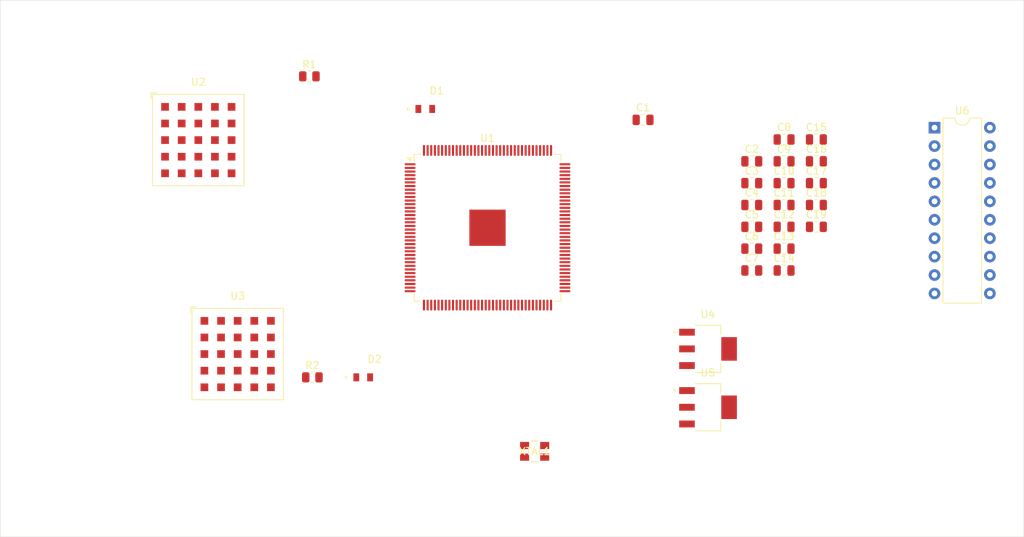
<source format=kicad_pcb>
(kicad_pcb (version 20240108) (generator "pcbnew") (generator_version "8.0")
  (layers (0 "F.Cu" signal) (31 "B.Cu" signal) (34 "B.Paste" user) (35 "F.Paste" user) (36 "B.SilkS" user "B.Silkscreen") (37 "F.SilkS" user "F.Silkscreen") (38 "B.Mask" user) (39 "F.Mask" user) (44 "Edge.Cuts" user))
  (net 0 "")
  (net 1 "GND")
  (net 2 "+3.3V")
  (net 3 "+2.5V")
  (net 4 "Net-(D1-Pad2)")
  (net 5 "Net-(D2-Pad2)")
  (net 6 "Net-(U2-PGood)")
  (net 7 "Net-(U3-PGood)")
  (net 16 "FPGA_LVDS_P_5")
  (net 22 "FPGA_LVDS_N_1")
  (net 27 "FPGA_LVDS_P_1")
  (net 35 "FPGA_LVDS_N_6")
  (net 36 "FPGA_LVDS_P_8")
  (net 41 "FPGA_LVDS_N_8")
  (net 42 "FPGA_LVDS_N_3")
  (net 46 "FPGA_LVDS_N_5")
  (net 48 "FPGA_LVDS_N_2")
  (net 50 "FPGA_LVDS_N_4")
  (net 52 "FPGA_LVDS_P_2")
  (net 56 "FPGA_LVDS_P_3")
  (net 57 "FPGA_LVDS_P_7")
  (net 64 "FPGA_LVDS_P_4")
  (net 88 "FPGA_LVDS_N_7")
  (net 97 "FPGA_LVDS_P_6")
  (net 110 "+5V")
  (net 112 "VDC")
  (net 115 "+3.3V_swt")
  (footprint "Converter_DCDC:Converter_DCDC_RECOM_RPMx.x-x.0" (layer "F.Cu") (at 90.71 87.79)
    (property "Reference" "U3" (at 0 -8 0) (layer "F.SilkS"))
    (property "Value" "RPM3.3-6.0")
    (fp_line (start -6.5 -6.5) (end -6.5 -5.7) (stroke (width 0.12)) (layer "F.SilkS"))
    (fp_line (start -6.3 -6.3) (end 6.3 -6.3) (stroke (width 0.12)) (layer "F.SilkS"))
    (fp_line (start -6.3 6.3) (end -6.3 -6.3) (stroke (width 0.12)) (layer "F.SilkS"))
    (fp_line (start -5.7 -6.5) (end -6.5 -6.5) (stroke (width 0.12)) (layer "F.SilkS"))
    (fp_line (start 6.3 -6.3) (end 6.3 6.3) (stroke (width 0.12)) (layer "F.SilkS"))
    (fp_line (start 6.3 6.3) (end -6.3 6.3) (stroke (width 0.12)) (layer "F.SilkS"))
    (pad "A1" smd rect (at -4.58 -4.58) (size 1.06 1.06) (layers "F.Cu" "F.Paste" "F.Mask") (net 112 "VDC"))
    (pad "A2" smd rect (at -2.29 -4.58) (size 1.06 1.06) (layers "F.Cu" "F.Paste" "F.Mask") (net 112 "VDC"))
    (pad "A3" smd rect (at 0 -4.58) (size 1.06 1.06) (layers "F.Cu" "F.Paste" "F.Mask") (net 1 "GND"))
    (pad "A4" smd rect (at 2.29 -4.58) (size 1.06 1.06) (layers "F.Cu" "F.Paste" "F.Mask") (net 1 "GND"))
    (pad "A5" smd rect (at 4.58 -4.58) (size 1.06 1.06) (layers "F.Cu" "F.Paste" "F.Mask") (net 115 "+3.3V_swt"))
    (pad "B1" smd rect (at -4.58 -2.29) (size 1.06 1.06) (layers "F.Cu" "F.Paste" "F.Mask") (net 1 "GND"))
    (pad "B2" smd rect (at -2.29 -2.29) (size 1.06 1.06) (layers "F.Cu" "F.Paste" "F.Mask") (net 1 "GND"))
    (pad "B3" smd rect (at 0 -2.29) (size 1.06 1.06) (layers "F.Cu" "F.Paste" "F.Mask") (net 1 "GND"))
    (pad "B4" smd rect (at 2.29 -2.29) (size 1.06 1.06) (layers "F.Cu" "F.Paste" "F.Mask") (net 1 "GND"))
    (pad "B5" smd rect (at 4.58 -2.29) (size 1.06 1.06) (layers "F.Cu" "F.Paste" "F.Mask") (net 115 "+3.3V_swt"))
    (pad "C1" smd rect (at -4.58 0) (size 1.06 1.06) (layers "F.Cu" "F.Paste" "F.Mask") (net 112 "VDC"))
    (pad "C2" smd rect (at -2.29 0) (size 1.06 1.06) (layers "F.Cu" "F.Paste" "F.Mask") (net 1 "GND"))
    (pad "C3" smd rect (at 0 0) (size 1.06 1.06) (layers "F.Cu" "F.Paste" "F.Mask") (net 1 "GND"))
    (pad "C4" smd rect (at 2.29 0) (size 1.06 1.06) (layers "F.Cu" "F.Paste" "F.Mask") (net 1 "GND"))
    (pad "C5" smd rect (at 4.58 0) (size 1.06 1.06) (layers "F.Cu" "F.Paste" "F.Mask") (net 115 "+3.3V_swt"))
    (pad "D1" smd rect (at -4.58 2.29) (size 1.06 1.06) (layers "F.Cu" "F.Paste" "F.Mask") (net 7 "Net-(U3-PGood)"))
    (pad "D2" smd rect (at -2.29 2.29) (size 1.06 1.06) (layers "F.Cu" "F.Paste" "F.Mask") (net 1 "GND"))
    (pad "D3" smd rect (at 0 2.29) (size 1.06 1.06) (layers "F.Cu" "F.Paste" "F.Mask") (net 1 "GND"))
    (pad "D4" smd rect (at 2.29 2.29) (size 1.06 1.06) (layers "F.Cu" "F.Paste" "F.Mask") (net 1 "GND"))
    (pad "D5" smd rect (at 4.58 2.29) (size 1.06 1.06) (layers "F.Cu" "F.Paste" "F.Mask") (net 1 "GND"))
    (pad "E1" smd rect (at -4.58 4.58) (size 1.06 1.06) (layers "F.Cu" "F.Paste" "F.Mask"))
    (pad "E2" smd rect (at -2.29 4.58) (size 1.06 1.06) (layers "F.Cu" "F.Paste" "F.Mask"))
    (pad "E3" smd rect (at 0 4.58) (size 1.06 1.06) (layers "F.Cu" "F.Paste" "F.Mask") (net 1 "GND"))
    (pad "E4" smd rect (at 2.29 4.58) (size 1.06 1.06) (layers "F.Cu" "F.Paste" "F.Mask") (net 1 "GND"))
    (pad "E5" smd rect (at 4.58 4.58) (size 1.06 1.06) (layers "F.Cu" "F.Paste" "F.Mask"))
  )
  (footprint "Library:XTAL_403C35D12M00000_CTS" (layer "F.Cu") (at 131.6157 101.2)
    (property "Reference" "XTAL1" (at 0 0 0) (layer "F.SilkS"))
    (property "Value" "12MHZ_XCRS_403C35D12M00000")
    (fp_line (start -0.454491 1.4224) (end 0.454491 1.4224) (stroke (width 0.1524)) (layer "F.SilkS"))
    (fp_line (start 0.454491 -1.4224) (end -0.454491 -1.4224) (stroke (width 0.1524)) (layer "F.SilkS"))
    (pad "1" smd rect (at -1.3843 -0.8) (size 1.2446 0.9906) (layers "F.Cu" "F.Paste" "F.Mask"))
    (pad "2" smd rect (at 1.3843 -0.8) (size 1.2446 0.9906) (layers "F.Cu" "F.Paste" "F.Mask"))
    (pad "3" smd rect (at 1.3843 0.8) (size 1.2446 0.9906) (layers "F.Cu" "F.Paste" "F.Mask"))
    (pad "4" smd rect (at -1.3843 0.8) (size 1.2446 0.9906) (layers "F.Cu" "F.Paste" "F.Mask"))
  )
  (footprint "Capacitor_SMD:C_0805_2012Metric" (layer "F.Cu") (at 170.425 70.245)
    (property "Reference" "C19" (at 0 -1.68 0) (layer "F.SilkS"))
    (property "Value" "1u")
    (fp_line (start -0.261252 -0.735) (end 0.261252 -0.735) (stroke (width 0.12)) (layer "F.SilkS"))
    (fp_line (start -0.261252 0.735) (end 0.261252 0.735) (stroke (width 0.12)) (layer "F.SilkS"))
    (pad "1" smd roundrect (at -0.95 0) (size 1 1.45) (layers "F.Cu" "F.Paste" "F.Mask") (net 2 "+3.3V"))
    (pad "2" smd roundrect (at 0.95 0) (size 1 1.45) (layers "F.Cu" "F.Paste" "F.Mask") (net 1 "GND"))
  )
  (footprint "Capacitor_SMD:C_0805_2012Metric" (layer "F.Cu") (at 170.425 67.235)
    (property "Reference" "C18" (at 0 -1.68 0) (layer "F.SilkS"))
    (property "Value" "1u")
    (fp_line (start -0.261252 -0.735) (end 0.261252 -0.735) (stroke (width 0.12)) (layer "F.SilkS"))
    (fp_line (start -0.261252 0.735) (end 0.261252 0.735) (stroke (width 0.12)) (layer "F.SilkS"))
    (pad "1" smd roundrect (at -0.95 0) (size 1 1.45) (layers "F.Cu" "F.Paste" "F.Mask") (net 2 "+3.3V"))
    (pad "2" smd roundrect (at 0.95 0) (size 1 1.45) (layers "F.Cu" "F.Paste" "F.Mask") (net 1 "GND"))
  )
  (footprint "Package_DIP:DIP-20_W7.62mm" (layer "F.Cu") (at 186.7 56.575)
    (property "Reference" "U6" (at 3.81 -2.33 0) (layer "F.SilkS"))
    (property "Value" "PIC18F14K50-EP")
    (fp_line (start 1.16 -1.33) (end 1.16 24.19) (stroke (width 0.12)) (layer "F.SilkS"))
    (fp_line (start 1.16 24.19) (end 6.46 24.19) (stroke (width 0.12)) (layer "F.SilkS"))
    (fp_line (start 2.81 -1.33) (end 1.16 -1.33) (stroke (width 0.12)) (layer "F.SilkS"))
    (fp_line (start 6.46 -1.33) (end 4.81 -1.33) (stroke (width 0.12)) (layer "F.SilkS"))
    (fp_line (start 6.46 24.19) (end 6.46 -1.33) (stroke (width 0.12)) (layer "F.SilkS"))
    (fp_arc (start 4.81 -1.33) (mid 3.81 -0.33) (end 2.81 -1.33) (stroke (width 0.12)) (layer "F.SilkS"))
    (pad "1" thru_hole rect (at 0 0) (size 1.6 1.6) (drill 0.8) (layers "*.Cu" "*.Mask"))
    (pad "2" thru_hole oval (at 0 2.54) (size 1.6 1.6) (drill 0.8) (layers "*.Cu" "*.Mask"))
    (pad "3" thru_hole oval (at 0 5.08) (size 1.6 1.6) (drill 0.8) (layers "*.Cu" "*.Mask"))
    (pad "4" thru_hole oval (at 0 7.62) (size 1.6 1.6) (drill 0.8) (layers "*.Cu" "*.Mask"))
    (pad "5" thru_hole oval (at 0 10.16) (size 1.6 1.6) (drill 0.8) (layers "*.Cu" "*.Mask"))
    (pad "6" thru_hole oval (at 0 12.7) (size 1.6 1.6) (drill 0.8) (layers "*.Cu" "*.Mask"))
    (pad "7" thru_hole oval (at 0 15.24) (size 1.6 1.6) (drill 0.8) (layers "*.Cu" "*.Mask"))
    (pad "8" thru_hole oval (at 0 17.78) (size 1.6 1.6) (drill 0.8) (layers "*.Cu" "*.Mask"))
    (pad "9" thru_hole oval (at 0 20.32) (size 1.6 1.6) (drill 0.8) (layers "*.Cu" "*.Mask"))
    (pad "10" thru_hole oval (at 0 22.86) (size 1.6 1.6) (drill 0.8) (layers "*.Cu" "*.Mask"))
    (pad "11" thru_hole oval (at 7.62 22.86) (size 1.6 1.6) (drill 0.8) (layers "*.Cu" "*.Mask"))
    (pad "12" thru_hole oval (at 7.62 20.32) (size 1.6 1.6) (drill 0.8) (layers "*.Cu" "*.Mask"))
    (pad "13" thru_hole oval (at 7.62 17.78) (size 1.6 1.6) (drill 0.8) (layers "*.Cu" "*.Mask"))
    (pad "14" thru_hole oval (at 7.62 15.24) (size 1.6 1.6) (drill 0.8) (layers "*.Cu" "*.Mask"))
    (pad "15" thru_hole oval (at 7.62 12.7) (size 1.6 1.6) (drill 0.8) (layers "*.Cu" "*.Mask"))
    (pad "16" thru_hole oval (at 7.62 10.16) (size 1.6 1.6) (drill 0.8) (layers "*.Cu" "*.Mask"))
    (pad "17" thru_hole oval (at 7.62 7.62) (size 1.6 1.6) (drill 0.8) (layers "*.Cu" "*.Mask"))
    (pad "18" thru_hole oval (at 7.62 5.08) (size 1.6 1.6) (drill 0.8) (layers "*.Cu" "*.Mask"))
    (pad "19" thru_hole oval (at 7.62 2.54) (size 1.6 1.6) (drill 0.8) (layers "*.Cu" "*.Mask"))
    (pad "20" thru_hole oval (at 7.62 0) (size 1.6 1.6) (drill 0.8) (layers "*.Cu" "*.Mask"))
  )
  (footprint "Package_QFP:EQFP-144-1EP_20x20mm_P0.5mm_EP5x5mm" (layer "F.Cu") (at 125.125 70.375)
    (property "Reference" "U1" (at 0 -12.35 0) (layer "F.SilkS"))
    (property "Value" "10M25SAE144")
    (fp_line (start -10.11 -10.11) (end -10.11 -9.16) (stroke (width 0.12)) (layer "F.SilkS"))
    (fp_line (start -10.11 10.11) (end -10.11 9.16) (stroke (width 0.12)) (layer "F.SilkS"))
    (fp_line (start -9.16 -10.11) (end -10.11 -10.11) (stroke (width 0.12)) (layer "F.SilkS"))
    (fp_line (start -9.16 10.11) (end -10.11 10.11) (stroke (width 0.12)) (layer "F.SilkS"))
    (fp_line (start 9.16 -10.11) (end 10.11 -10.11) (stroke (width 0.12)) (layer "F.SilkS"))
    (fp_line (start 9.16 10.11) (end 10.11 10.11) (stroke (width 0.12)) (layer "F.SilkS"))
    (fp_line (start 10.11 -10.11) (end 10.11 -9.16) (stroke (width 0.12)) (layer "F.SilkS"))
    (fp_line (start 10.11 10.11) (end 10.11 9.16) (stroke (width 0.12)) (layer "F.SilkS"))
    (fp_poly (pts (xy -10.7 -9.16) (xy -11.04 -9.63) (xy -10.36 -9.63) (xy -10.7 -9.16)) (stroke (width 0.12)) (fill solid) (layer "F.SilkS"))
    (pad "1" smd roundrect (at -10.6625 -8.75) (size 1.475 0.3) (layers "F.Cu" "F.Paste" "F.Mask") (net 2 "+3.3V"))
    (pad "2" smd roundrect (at -10.6625 -8.25) (size 1.475 0.3) (layers "F.Cu" "F.Paste" "F.Mask") (net 2 "+3.3V"))
    (pad "3" smd roundrect (at -10.6625 -7.75) (size 1.475 0.3) (layers "F.Cu" "F.Paste" "F.Mask"))
    (pad "4" smd roundrect (at -10.6625 -7.25) (size 1.475 0.3) (layers "F.Cu" "F.Paste" "F.Mask") (net 1 "GND"))
    (pad "5" smd roundrect (at -10.6625 -6.75) (size 1.475 0.3) (layers "F.Cu" "F.Paste" "F.Mask") (net 1 "GND"))
    (pad "6" smd roundrect (at -10.6625 -6.25) (size 1.475 0.3) (layers "F.Cu" "F.Paste" "F.Mask"))
    (pad "7" smd roundrect (at -10.6625 -5.75) (size 1.475 0.3) (layers "F.Cu" "F.Paste" "F.Mask"))
    (pad "8" smd roundrect (at -10.6625 -5.25) (size 1.475 0.3) (layers "F.Cu" "F.Paste" "F.Mask"))
    (pad "9" smd roundrect (at -10.6625 -4.75) (size 1.475 0.3) (layers "F.Cu" "F.Paste" "F.Mask") (net 2 "+3.3V"))
    (pad "10" smd roundrect (at -10.6625 -4.25) (size 1.475 0.3) (layers "F.Cu" "F.Paste" "F.Mask"))
    (pad "11" smd roundrect (at -10.6625 -3.75) (size 1.475 0.3) (layers "F.Cu" "F.Paste" "F.Mask"))
    (pad "12" smd roundrect (at -10.6625 -3.25) (size 1.475 0.3) (layers "F.Cu" "F.Paste" "F.Mask"))
    (pad "13" smd roundrect (at -10.6625 -2.75) (size 1.475 0.3) (layers "F.Cu" "F.Paste" "F.Mask"))
    (pad "14" smd roundrect (at -10.6625 -2.25) (size 1.475 0.3) (layers "F.Cu" "F.Paste" "F.Mask"))
    (pad "15" smd roundrect (at -10.6625 -1.75) (size 1.475 0.3) (layers "F.Cu" "F.Paste" "F.Mask"))
    (pad "16" smd roundrect (at -10.6625 -1.25) (size 1.475 0.3) (layers "F.Cu" "F.Paste" "F.Mask"))
    (pad "17" smd roundrect (at -10.6625 -0.75) (size 1.475 0.3) (layers "F.Cu" "F.Paste" "F.Mask"))
    (pad "18" smd roundrect (at -10.6625 -0.25) (size 1.475 0.3) (layers "F.Cu" "F.Paste" "F.Mask"))
    (pad "19" smd roundrect (at -10.6625 0.25) (size 1.475 0.3) (layers "F.Cu" "F.Paste" "F.Mask"))
    (pad "20" smd roundrect (at -10.6625 0.75) (size 1.475 0.3) (layers "F.Cu" "F.Paste" "F.Mask"))
    (pad "21" smd roundrect (at -10.6625 1.25) (size 1.475 0.3) (layers "F.Cu" "F.Paste" "F.Mask"))
    (pad "22" smd roundrect (at -10.6625 1.75) (size 1.475 0.3) (layers "F.Cu" "F.Paste" "F.Mask"))
    (pad "23" smd roundrect (at -10.6625 2.25) (size 1.475 0.3) (layers "F.Cu" "F.Paste" "F.Mask") (net 2 "+3.3V"))
    (pad "24" smd roundrect (at -10.6625 2.75) (size 1.475 0.3) (layers "F.Cu" "F.Paste" "F.Mask"))
    (pad "25" smd roundrect (at -10.6625 3.25) (size 1.475 0.3) (layers "F.Cu" "F.Paste" "F.Mask"))
    (pad "26" smd roundrect (at -10.6625 3.75) (size 1.475 0.3) (layers "F.Cu" "F.Paste" "F.Mask"))
    (pad "27" smd roundrect (at -10.6625 4.25) (size 1.475 0.3) (layers "F.Cu" "F.Paste" "F.Mask"))
    (pad "28" smd roundrect (at -10.6625 4.75) (size 1.475 0.3) (layers "F.Cu" "F.Paste" "F.Mask"))
    (pad "29" smd roundrect (at -10.6625 5.25) (size 1.475 0.3) (layers "F.Cu" "F.Paste" "F.Mask"))
    (pad "30" smd roundrect (at -10.6625 5.75) (size 1.475 0.3) (layers "F.Cu" "F.Paste" "F.Mask"))
    (pad "31" smd roundrect (at -10.6625 6.25) (size 1.475 0.3) (layers "F.Cu" "F.Paste" "F.Mask") (net 2 "+3.3V"))
    (pad "32" smd roundrect (at -10.6625 6.75) (size 1.475 0.3) (layers "F.Cu" "F.Paste" "F.Mask"))
    (pad "33" smd roundrect (at -10.6625 7.25) (size 1.475 0.3) (layers "F.Cu" "F.Paste" "F.Mask"))
    (pad "34" smd roundrect (at -10.6625 7.75) (size 1.475 0.3) (layers "F.Cu" "F.Paste" "F.Mask") (net 2 "+3.3V"))
    (pad "35" smd roundrect (at -10.6625 8.25) (size 1.475 0.3) (layers "F.Cu" "F.Paste" "F.Mask") (net 2 "+3.3V"))
    (pad "36" smd roundrect (at -10.6625 8.75) (size 1.475 0.3) (layers "F.Cu" "F.Paste" "F.Mask") (net 2 "+3.3V"))
    (pad "37" smd roundrect (at -8.75 10.6625) (size 0.3 1.475) (layers "F.Cu" "F.Paste" "F.Mask") (net 2 "+3.3V"))
    (pad "38" smd roundrect (at -8.25 10.6625) (size 0.3 1.475) (layers "F.Cu" "F.Paste" "F.Mask"))
    (pad "39" smd roundrect (at -7.75 10.6625) (size 0.3 1.475) (layers "F.Cu" "F.Paste" "F.Mask"))
    (pad "40" smd roundrect (at -7.25 10.6625) (size 0.3 1.475) (layers "F.Cu" "F.Paste" "F.Mask") (net 2 "+3.3V"))
    (pad "41" smd roundrect (at -6.75 10.6625) (size 0.3 1.475) (layers "F.Cu" "F.Paste" "F.Mask"))
    (pad "42" smd roundrect (at -6.25 10.6625) (size 0.3 1.475) (layers "F.Cu" "F.Paste" "F.Mask") (net 1 "GND"))
    (pad "43" smd roundrect (at -5.75 10.6625) (size 0.3 1.475) (layers "F.Cu" "F.Paste" "F.Mask"))
    (pad "44" smd roundrect (at -5.25 10.6625) (size 0.3 1.475) (layers "F.Cu" "F.Paste" "F.Mask"))
    (pad "45" smd roundrect (at -4.75 10.6625) (size 0.3 1.475) (layers "F.Cu" "F.Paste" "F.Mask"))
    (pad "46" smd roundrect (at -4.25 10.6625) (size 0.3 1.475) (layers "F.Cu" "F.Paste" "F.Mask"))
    (pad "47" smd roundrect (at -3.75 10.6625) (size 0.3 1.475) (layers "F.Cu" "F.Paste" "F.Mask"))
    (pad "48" smd roundrect (at -3.25 10.6625) (size 0.3 1.475) (layers "F.Cu" "F.Paste" "F.Mask"))
    (pad "49" smd roundrect (at -2.75 10.6625) (size 0.3 1.475) (layers "F.Cu" "F.Paste" "F.Mask") (net 2 "+3.3V"))
    (pad "50" smd roundrect (at -2.25 10.6625) (size 0.3 1.475) (layers "F.Cu" "F.Paste" "F.Mask"))
    (pad "51" smd roundrect (at -1.75 10.6625) (size 0.3 1.475) (layers "F.Cu" "F.Paste" "F.Mask") (net 2 "+3.3V"))
    (pad "52" smd roundrect (at -1.25 10.6625) (size 0.3 1.475) (layers "F.Cu" "F.Paste" "F.Mask"))
    (pad "53" smd roundrect (at -0.75 10.6625) (size 0.3 1.475) (layers "F.Cu" "F.Paste" "F.Mask") (net 1 "GND"))
    (pad "54" smd roundrect (at -0.25 10.6625) (size 0.3 1.475) (layers "F.Cu" "F.Paste" "F.Mask"))
    (pad "55" smd roundrect (at 0.25 10.6625) (size 0.3 1.475) (layers "F.Cu" "F.Paste" "F.Mask"))
    (pad "56" smd roundrect (at 0.75 10.6625) (size 0.3 1.475) (layers "F.Cu" "F.Paste" "F.Mask"))
    (pad "57" smd roundrect (at 1.25 10.6625) (size 0.3 1.475) (layers "F.Cu" "F.Paste" "F.Mask"))
    (pad "58" smd roundrect (at 1.75 10.6625) (size 0.3 1.475) (layers "F.Cu" "F.Paste" "F.Mask"))
    (pad "59" smd roundrect (at 2.25 10.6625) (size 0.3 1.475) (layers "F.Cu" "F.Paste" "F.Mask"))
    (pad "60" smd roundrect (at 2.75 10.6625) (size 0.3 1.475) (layers "F.Cu" "F.Paste" "F.Mask"))
    (pad "61" smd roundrect (at 3.25 10.6625) (size 0.3 1.475) (layers "F.Cu" "F.Paste" "F.Mask"))
    (pad "62" smd roundrect (at 3.75 10.6625) (size 0.3 1.475) (layers "F.Cu" "F.Paste" "F.Mask"))
    (pad "63" smd roundrect (at 4.25 10.6625) (size 0.3 1.475) (layers "F.Cu" "F.Paste" "F.Mask") (net 1 "GND"))
    (pad "64" smd roundrect (at 4.75 10.6625) (size 0.3 1.475) (layers "F.Cu" "F.Paste" "F.Mask"))
    (pad "65" smd roundrect (at 5.25 10.6625) (size 0.3 1.475) (layers "F.Cu" "F.Paste" "F.Mask"))
    (pad "66" smd roundrect (at 5.75 10.6625) (size 0.3 1.475) (layers "F.Cu" "F.Paste" "F.Mask"))
    (pad "67" smd roundrect (at 6.25 10.6625) (size 0.3 1.475) (layers "F.Cu" "F.Paste" "F.Mask") (net 2 "+3.3V"))
    (pad "68" smd roundrect (at 6.75 10.6625) (size 0.3 1.475) (layers "F.Cu" "F.Paste" "F.Mask") (net 1 "GND"))
    (pad "69" smd roundrect (at 7.25 10.6625) (size 0.3 1.475) (layers "F.Cu" "F.Paste" "F.Mask"))
    (pad "70" smd roundrect (at 7.75 10.6625) (size 0.3 1.475) (layers "F.Cu" "F.Paste" "F.Mask"))
    (pad "71" smd roundrect (at 8.25 10.6625) (size 0.3 1.475) (layers "F.Cu" "F.Paste" "F.Mask") (net 2 "+3.3V"))
    (pad "72" smd roundrect (at 8.75 10.6625) (size 0.3 1.475) (layers "F.Cu" "F.Paste" "F.Mask") (net 2 "+3.3V"))
    (pad "73" smd roundrect (at 10.6625 8.75) (size 1.475 0.3) (layers "F.Cu" "F.Paste" "F.Mask") (net 2 "+3.3V"))
    (pad "74" smd roundrect (at 10.6625 8.25) (size 1.475 0.3) (layers "F.Cu" "F.Paste" "F.Mask") (net 27 "FPGA_LVDS_P_1"))
    (pad "75" smd roundrect (at 10.6625 7.75) (size 1.475 0.3) (layers "F.Cu" "F.Paste" "F.Mask") (net 22 "FPGA_LVDS_N_1"))
    (pad "76" smd roundrect (at 10.6625 7.25) (size 1.475 0.3) (layers "F.Cu" "F.Paste" "F.Mask") (net 52 "FPGA_LVDS_P_2"))
    (pad "77" smd roundrect (at 10.6625 6.75) (size 1.475 0.3) (layers "F.Cu" "F.Paste" "F.Mask") (net 48 "FPGA_LVDS_N_2"))
    (pad "78" smd roundrect (at 10.6625 6.25) (size 1.475 0.3) (layers "F.Cu" "F.Paste" "F.Mask") (net 56 "FPGA_LVDS_P_3"))
    (pad "79" smd roundrect (at 10.6625 5.75) (size 1.475 0.3) (layers "F.Cu" "F.Paste" "F.Mask") (net 42 "FPGA_LVDS_N_3"))
    (pad "80" smd roundrect (at 10.6625 5.25) (size 1.475 0.3) (layers "F.Cu" "F.Paste" "F.Mask") (net 64 "FPGA_LVDS_P_4"))
    (pad "81" smd roundrect (at 10.6625 4.75) (size 1.475 0.3) (layers "F.Cu" "F.Paste" "F.Mask") (net 50 "FPGA_LVDS_N_4"))
    (pad "82" smd roundrect (at 10.6625 4.25) (size 1.475 0.3) (layers "F.Cu" "F.Paste" "F.Mask") (net 3 "+2.5V"))
    (pad "83" smd roundrect (at 10.6625 3.75) (size 1.475 0.3) (layers "F.Cu" "F.Paste" "F.Mask") (net 1 "GND"))
    (pad "84" smd roundrect (at 10.6625 3.25) (size 1.475 0.3) (layers "F.Cu" "F.Paste" "F.Mask") (net 97 "FPGA_LVDS_P_6"))
    (pad "85" smd roundrect (at 10.6625 2.75) (size 1.475 0.3) (layers "F.Cu" "F.Paste" "F.Mask") (net 35 "FPGA_LVDS_N_6"))
    (pad "86" smd roundrect (at 10.6625 2.25) (size 1.475 0.3) (layers "F.Cu" "F.Paste" "F.Mask") (net 46 "FPGA_LVDS_N_5"))
    (pad "87" smd roundrect (at 10.6625 1.75) (size 1.475 0.3) (layers "F.Cu" "F.Paste" "F.Mask") (net 16 "FPGA_LVDS_P_5"))
    (pad "88" smd roundrect (at 10.6625 1.25) (size 1.475 0.3) (layers "F.Cu" "F.Paste" "F.Mask") (net 88 "FPGA_LVDS_N_7"))
    (pad "89" smd roundrect (at 10.6625 0.75) (size 1.475 0.3) (layers "F.Cu" "F.Paste" "F.Mask") (net 57 "FPGA_LVDS_P_7"))
    (pad "90" smd roundrect (at 10.6625 0.25) (size 1.475 0.3) (layers "F.Cu" "F.Paste" "F.Mask") (net 41 "FPGA_LVDS_N_8"))
    (pad "91" smd roundrect (at 10.6625 -0.25) (size 1.475 0.3) (layers "F.Cu" "F.Paste" "F.Mask") (net 36 "FPGA_LVDS_P_8"))
    (pad "92" smd roundrect (at 10.6625 -0.75) (size 1.475 0.3) (layers "F.Cu" "F.Paste" "F.Mask"))
    (pad "93" smd roundrect (at 10.6625 -1.25) (size 1.475 0.3) (layers "F.Cu" "F.Paste" "F.Mask"))
    (pad "94" smd roundrect (at 10.6625 -1.75) (size 1.475 0.3) (layers "F.Cu" "F.Paste" "F.Mask") (net 3 "+2.5V"))
    (pad "95" smd roundrect (at 10.6625 -2.25) (size 1.475 0.3) (layers "F.Cu" "F.Paste" "F.Mask") (net 1 "GND"))
    (pad "96" smd roundrect (at 10.6625 -2.75) (size 1.475 0.3) (layers "F.Cu" "F.Paste" "F.Mask"))
    (pad "97" smd roundrect (at 10.6625 -3.25) (size 1.475 0.3) (layers "F.Cu" "F.Paste" "F.Mask"))
    (pad "98" smd roundrect (at 10.6625 -3.75) (size 1.475 0.3) (layers "F.Cu" "F.Paste" "F.Mask"))
    (pad "99" smd roundrect (at 10.6625 -4.25) (size 1.475 0.3) (layers "F.Cu" "F.Paste" "F.Mask"))
    (pad "100" smd roundrect (at 10.6625 -4.75) (size 1.475 0.3) (layers "F.Cu" "F.Paste" "F.Mask"))
    (pad "101" smd roundrect (at 10.6625 -5.25) (size 1.475 0.3) (layers "F.Cu" "F.Paste" "F.Mask"))
    (pad "102" smd roundrect (at 10.6625 -5.75) (size 1.475 0.3) (layers "F.Cu" "F.Paste" "F.Mask"))
    (pad "103" smd roundrect (at 10.6625 -6.25) (size 1.475 0.3) (layers "F.Cu" "F.Paste" "F.Mask") (net 3 "+2.5V"))
    (pad "104" smd roundrect (at 10.6625 -6.75) (size 1.475 0.3) (layers "F.Cu" "F.Paste" "F.Mask") (net 1 "GND"))
    (pad "105" smd roundrect (at 10.6625 -7.25) (size 1.475 0.3) (layers "F.Cu" "F.Paste" "F.Mask"))
    (pad "106" smd roundrect (at 10.6625 -7.75) (size 1.475 0.3) (layers "F.Cu" "F.Paste" "F.Mask"))
    (pad "107" smd roundrect (at 10.6625 -8.25) (size 1.475 0.3) (layers "F.Cu" "F.Paste" "F.Mask") (net 2 "+3.3V"))
    (pad "108" smd roundrect (at 10.6625 -8.75) (size 1.475 0.3) (layers "F.Cu" "F.Paste" "F.Mask") (net 2 "+3.3V"))
    (pad "109" smd roundrect (at 8.75 -10.6625) (size 0.3 1.475) (layers "F.Cu" "F.Paste" "F.Mask") (net 2 "+3.3V"))
    (pad "110" smd roundrect (at 8.25 -10.6625) (size 0.3 1.475) (layers "F.Cu" "F.Paste" "F.Mask"))
    (pad "111" smd roundrect (at 7.75 -10.6625) (size 0.3 1.475) (layers "F.Cu" "F.Paste" "F.Mask"))
    (pad "112" smd roundrect (at 7.25 -10.6625) (size 0.3 1.475) (layers "F.Cu" "F.Paste" "F.Mask"))
    (pad "113" smd roundrect (at 6.75 -10.6625) (size 0.3 1.475) (layers "F.Cu" "F.Paste" "F.Mask"))
    (pad "114" smd roundrect (at 6.25 -10.6625) (size 0.3 1.475) (layers "F.Cu" "F.Paste" "F.Mask"))
    (pad "115" smd roundrect (at 5.75 -10.6625) (size 0.3 1.475) (layers "F.Cu" "F.Paste" "F.Mask") (net 2 "+3.3V"))
    (pad "116" smd roundrect (at 5.25 -10.6625) (size 0.3 1.475) (layers "F.Cu" "F.Paste" "F.Mask") (net 1 "GND"))
    (pad "117" smd roundrect (at 4.75 -10.6625) (size 0.3 1.475) (layers "F.Cu" "F.Paste" "F.Mask") (net 2 "+3.3V"))
    (pad "118" smd roundrect (at 4.25 -10.6625) (size 0.3 1.475) (layers "F.Cu" "F.Paste" "F.Mask"))
    (pad "119" smd roundrect (at 3.75 -10.6625) (size 0.3 1.475) (layers "F.Cu" "F.Paste" "F.Mask"))
    (pad "120" smd roundrect (at 3.25 -10.6625) (size 0.3 1.475) (layers "F.Cu" "F.Paste" "F.Mask"))
    (pad "121" smd roundrect (at 2.75 -10.6625) (size 0.3 1.475) (layers "F.Cu" "F.Paste" "F.Mask"))
    (pad "122" smd roundrect (at 2.25 -10.6625) (size 0.3 1.475) (layers "F.Cu" "F.Paste" "F.Mask"))
    (pad "123" smd roundrect (at 1.75 -10.6625) (size 0.3 1.475) (layers "F.Cu" "F.Paste" "F.Mask"))
    (pad "124" smd roundrect (at 1.25 -10.6625) (size 0.3 1.475) (layers "F.Cu" "F.Paste" "F.Mask"))
    (pad "125" smd roundrect (at 0.75 -10.6625) (size 0.3 1.475) (layers "F.Cu" "F.Paste" "F.Mask") (net 1 "GND"))
    (pad "126" smd roundrect (at 0.25 -10.6625) (size 0.3 1.475) (layers "F.Cu" "F.Paste" "F.Mask"))
    (pad "127" smd roundrect (at -0.25 -10.6625) (size 0.3 1.475) (layers "F.Cu" "F.Paste" "F.Mask"))
    (pad "128" smd roundrect (at -0.75 -10.6625) (size 0.3 1.475) (layers "F.Cu" "F.Paste" "F.Mask") (net 2 "+3.3V"))
    (pad "129" smd roundrect (at -1.25 -10.6625) (size 0.3 1.475) (layers "F.Cu" "F.Paste" "F.Mask"))
    (pad "130" smd roundrect (at -1.75 -10.6625) (size 0.3 1.475) (layers "F.Cu" "F.Paste" "F.Mask"))
    (pad "131" smd roundrect (at -2.25 -10.6625) (size 0.3 1.475) (layers "F.Cu" "F.Paste" "F.Mask"))
    (pad "132" smd roundrect (at -2.75 -10.6625) (size 0.3 1.475) (layers "F.Cu" "F.Paste" "F.Mask"))
    (pad "133" smd roundrect (at -3.25 -10.6625) (size 0.3 1.475) (layers "F.Cu" "F.Paste" "F.Mask") (net 1 "GND"))
    (pad "134" smd roundrect (at -3.75 -10.6625) (size 0.3 1.475) (layers "F.Cu" "F.Paste" "F.Mask"))
    (pad "135" smd roundrect (at -4.25 -10.6625) (size 0.3 1.475) (layers "F.Cu" "F.Paste" "F.Mask"))
    (pad "136" smd roundrect (at -4.75 -10.6625) (size 0.3 1.475) (layers "F.Cu" "F.Paste" "F.Mask"))
    (pad "137" smd roundrect (at -5.25 -10.6625) (size 0.3 1.475) (layers "F.Cu" "F.Paste" "F.Mask") (net 1 "GND"))
    (pad "138" smd roundrect (at -5.75 -10.6625) (size 0.3 1.475) (layers "F.Cu" "F.Paste" "F.Mask"))
    (pad "139" smd roundrect (at -6.25 -10.6625) (size 0.3 1.475) (layers "F.Cu" "F.Paste" "F.Mask") (net 2 "+3.3V"))
    (pad "140" smd roundrect (at -6.75 -10.6625) (size 0.3 1.475) (layers "F.Cu" "F.Paste" "F.Mask"))
    (pad "141" smd roundrect (at -7.25 -10.6625) (size 0.3 1.475) (layers "F.Cu" "F.Paste" "F.Mask"))
    (pad "142" smd roundrect (at -7.75 -10.6625) (size 0.3 1.475) (layers "F.Cu" "F.Paste" "F.Mask") (net 1 "GND"))
    (pad "143" smd roundrect (at -8.25 -10.6625) (size 0.3 1.475) (layers "F.Cu" "F.Paste" "F.Mask") (net 2 "+3.3V"))
    (pad "144" smd roundrect (at -8.75 -10.6625) (size 0.3 1.475) (layers "F.Cu" "F.Paste" "F.Mask") (net 2 "+3.3V"))
    (pad "145" smd rect (at 0 0) (size 5 5) (property pad_prop_heatsink) (layers "F.Cu" "F.Mask") (net 1 "GND"))
  )
  (footprint "Library:LEDRED_APTD2012LSURCK" (layer "F.Cu") (at 108 91)
    (property "Reference" "D2" (at 1.575 -2.51 0) (layer "F.SilkS"))
    (property "Value" "LEDRED_APTD2012LSURCK")
    (fp_circle (center -2.35 0) (end -2.25 0) (stroke (width 0.2)) (fill none) (layer "F.SilkS"))
    (pad "1" smd rect (at -0.95 0) (size 0.8 1.1) (layers "F.Cu" "F.Paste" "F.Mask") (net 1 "GND"))
    (pad "2" smd rect (at 0.95 0) (size 0.8 1.1) (layers "F.Cu" "F.Paste" "F.Mask") (net 5 "Net-(D2-Pad2)"))
  )
  (footprint "Capacitor_SMD:C_0805_2012Metric" (layer "F.Cu") (at 170.425 64.225)
    (property "Reference" "C17" (at 0 -1.68 0) (layer "F.SilkS"))
    (property "Value" "1u")
    (fp_line (start -0.261252 -0.735) (end 0.261252 -0.735) (stroke (width 0.12)) (layer "F.SilkS"))
    (fp_line (start -0.261252 0.735) (end 0.261252 0.735) (stroke (width 0.12)) (layer "F.SilkS"))
    (pad "1" smd roundrect (at -0.95 0) (size 1 1.45) (layers "F.Cu" "F.Paste" "F.Mask") (net 2 "+3.3V"))
    (pad "2" smd roundrect (at 0.95 0) (size 1 1.45) (layers "F.Cu" "F.Paste" "F.Mask") (net 1 "GND"))
  )
  (footprint "Capacitor_SMD:C_0805_2012Metric" (layer "F.Cu") (at 161.525 73.255)
    (property "Reference" "C6" (at 0 -1.68 0) (layer "F.SilkS"))
    (property "Value" "1u")
    (fp_line (start -0.261252 -0.735) (end 0.261252 -0.735) (stroke (width 0.12)) (layer "F.SilkS"))
    (fp_line (start -0.261252 0.735) (end 0.261252 0.735) (stroke (width 0.12)) (layer "F.SilkS"))
    (pad "1" smd roundrect (at -0.95 0) (size 1 1.45) (layers "F.Cu" "F.Paste" "F.Mask") (net 2 "+3.3V"))
    (pad "2" smd roundrect (at 0.95 0) (size 1 1.45) (layers "F.Cu" "F.Paste" "F.Mask") (net 1 "GND"))
  )
  (footprint "Capacitor_SMD:C_0805_2012Metric" (layer "F.Cu") (at 165.975 64.225)
    (property "Reference" "C10" (at 0 -1.68 0) (layer "F.SilkS"))
    (property "Value" "1u")
    (fp_line (start -0.261252 -0.735) (end 0.261252 -0.735) (stroke (width 0.12)) (layer "F.SilkS"))
    (fp_line (start -0.261252 0.735) (end 0.261252 0.735) (stroke (width 0.12)) (layer "F.SilkS"))
    (pad "1" smd roundrect (at -0.95 0) (size 1 1.45) (layers "F.Cu" "F.Paste" "F.Mask") (net 2 "+3.3V"))
    (pad "2" smd roundrect (at 0.95 0) (size 1 1.45) (layers "F.Cu" "F.Paste" "F.Mask") (net 1 "GND"))
  )
  (footprint "Converter_DCDC:Converter_DCDC_RECOM_RPMx.x-x.0" (layer "F.Cu") (at 85.29 58.29)
    (property "Reference" "U2" (at 0 -8 0) (layer "F.SilkS"))
    (property "Value" "RPM5.0-6.0")
    (fp_line (start -6.5 -6.5) (end -6.5 -5.7) (stroke (width 0.12)) (layer "F.SilkS"))
    (fp_line (start -6.3 -6.3) (end 6.3 -6.3) (stroke (width 0.12)) (layer "F.SilkS"))
    (fp_line (start -6.3 6.3) (end -6.3 -6.3) (stroke (width 0.12)) (layer "F.SilkS"))
    (fp_line (start -5.7 -6.5) (end -6.5 -6.5) (stroke (width 0.12)) (layer "F.SilkS"))
    (fp_line (start 6.3 -6.3) (end 6.3 6.3) (stroke (width 0.12)) (layer "F.SilkS"))
    (fp_line (start 6.3 6.3) (end -6.3 6.3) (stroke (width 0.12)) (layer "F.SilkS"))
    (pad "A1" smd rect (at -4.58 -4.58) (size 1.06 1.06) (layers "F.Cu" "F.Paste" "F.Mask") (net 112 "VDC"))
    (pad "A2" smd rect (at -2.29 -4.58) (size 1.06 1.06) (layers "F.Cu" "F.Paste" "F.Mask") (net 112 "VDC"))
    (pad "A3" smd rect (at 0 -4.58) (size 1.06 1.06) (layers "F.Cu" "F.Paste" "F.Mask") (net 1 "GND"))
    (pad "A4" smd rect (at 2.29 -4.58) (size 1.06 1.06) (layers "F.Cu" "F.Paste" "F.Mask") (net 1 "GND"))
    (pad "A5" smd rect (at 4.58 -4.58) (size 1.06 1.06) (layers "F.Cu" "F.Paste" "F.Mask") (net 110 "+5V"))
    (pad "B1" smd rect (at -4.58 -2.29) (size 1.06 1.06) (layers "F.Cu" "F.Paste" "F.Mask") (net 1 "GND"))
    (pad "B2" smd rect (at -2.29 -2.29) (size 1.06 1.06) (layers "F.Cu" "F.Paste" "F.Mask") (net 1 "GND"))
    (pad "B3" smd rect (at 0 -2.29) (size 1.06 1.06) (layers "F.Cu" "F.Paste" "F.Mask") (net 1 "GND"))
    (pad "B4" smd rect (at 2.29 -2.29) (size 1.06 1.06) (layers "F.Cu" "F.Paste" "F.Mask") (net 1 "GND"))
    (pad "B5" smd rect (at 4.58 -2.29) (size 1.06 1.06) (layers "F.Cu" "F.Paste" "F.Mask") (net 110 "+5V"))
    (pad "C1" smd rect (at -4.58 0) (size 1.06 1.06) (layers "F.Cu" "F.Paste" "F.Mask") (net 112 "VDC"))
    (pad "C2" smd rect (at -2.29 0) (size 1.06 1.06) (layers "F.Cu" "F.Paste" "F.Mask") (net 1 "GND"))
    (pad "C3" smd rect (at 0 0) (size 1.06 1.06) (layers "F.Cu" "F.Paste" "F.Mask") (net 1 "GND"))
    (pad "C4" smd rect (at 2.29 0) (size 1.06 1.06) (layers "F.Cu" "F.Paste" "F.Mask") (net 1 "GND"))
    (pad "C5" smd rect (at 4.58 0) (size 1.06 1.06) (layers "F.Cu" "F.Paste" "F.Mask") (net 110 "+5V"))
    (pad "D1" smd rect (at -4.58 2.29) (size 1.06 1.06) (layers "F.Cu" "F.Paste" "F.Mask") (net 6 "Net-(U2-PGood)"))
    (pad "D2" smd rect (at -2.29 2.29) (size 1.06 1.06) (layers "F.Cu" "F.Paste" "F.Mask") (net 1 "GND"))
    (pad "D3" smd rect (at 0 2.29) (size 1.06 1.06) (layers "F.Cu" "F.Paste" "F.Mask") (net 1 "GND"))
    (pad "D4" smd rect (at 2.29 2.29) (size 1.06 1.06) (layers "F.Cu" "F.Paste" "F.Mask") (net 1 "GND"))
    (pad "D5" smd rect (at 4.58 2.29) (size 1.06 1.06) (layers "F.Cu" "F.Paste" "F.Mask") (net 1 "GND"))
    (pad "E1" smd rect (at -4.58 4.58) (size 1.06 1.06) (layers "F.Cu" "F.Paste" "F.Mask"))
    (pad "E2" smd rect (at -2.29 4.58) (size 1.06 1.06) (layers "F.Cu" "F.Paste" "F.Mask"))
    (pad "E3" smd rect (at 0 4.58) (size 1.06 1.06) (layers "F.Cu" "F.Paste" "F.Mask") (net 1 "GND"))
    (pad "E4" smd rect (at 2.29 4.58) (size 1.06 1.06) (layers "F.Cu" "F.Paste" "F.Mask") (net 1 "GND"))
    (pad "E5" smd rect (at 4.58 4.58) (size 1.06 1.06) (layers "F.Cu" "F.Paste" "F.Mask"))
  )
  (footprint "Capacitor_SMD:C_0805_2012Metric" (layer "F.Cu") (at 165.975 58.205)
    (property "Reference" "C8" (at 0 -1.68 0) (layer "F.SilkS"))
    (property "Value" "1u")
    (fp_line (start -0.261252 -0.735) (end 0.261252 -0.735) (stroke (width 0.12)) (layer "F.SilkS"))
    (fp_line (start -0.261252 0.735) (end 0.261252 0.735) (stroke (width 0.12)) (layer "F.SilkS"))
    (pad "1" smd roundrect (at -0.95 0) (size 1 1.45) (layers "F.Cu" "F.Paste" "F.Mask") (net 3 "+2.5V"))
    (pad "2" smd roundrect (at 0.95 0) (size 1 1.45) (layers "F.Cu" "F.Paste" "F.Mask") (net 1 "GND"))
  )
  (footprint "Capacitor_SMD:C_0805_2012Metric" (layer "F.Cu") (at 165.975 70.245)
    (property "Reference" "C12" (at 0 -1.68 0) (layer "F.SilkS"))
    (property "Value" "1u")
    (fp_line (start -0.261252 -0.735) (end 0.261252 -0.735) (stroke (width 0.12)) (layer "F.SilkS"))
    (fp_line (start -0.261252 0.735) (end 0.261252 0.735) (stroke (width 0.12)) (layer "F.SilkS"))
    (pad "1" smd roundrect (at -0.95 0) (size 1 1.45) (layers "F.Cu" "F.Paste" "F.Mask") (net 2 "+3.3V"))
    (pad "2" smd roundrect (at 0.95 0) (size 1 1.45) (layers "F.Cu" "F.Paste" "F.Mask") (net 1 "GND"))
  )
  (footprint "Capacitor_SMD:C_0805_2012Metric" (layer "F.Cu") (at 165.975 61.215)
    (property "Reference" "C9" (at 0 -1.68 0) (layer "F.SilkS"))
    (property "Value" "1u")
    (fp_line (start -0.261252 -0.735) (end 0.261252 -0.735) (stroke (width 0.12)) (layer "F.SilkS"))
    (fp_line (start -0.261252 0.735) (end 0.261252 0.735) (stroke (width 0.12)) (layer "F.SilkS"))
    (pad "1" smd roundrect (at -0.95 0) (size 1 1.45) (layers "F.Cu" "F.Paste" "F.Mask") (net 3 "+2.5V"))
    (pad "2" smd roundrect (at 0.95 0) (size 1 1.45) (layers "F.Cu" "F.Paste" "F.Mask") (net 1 "GND"))
  )
  (footprint "Capacitor_SMD:C_0805_2012Metric" (layer "F.Cu") (at 165.975 67.235)
    (property "Reference" "C11" (at 0 -1.68 0) (layer "F.SilkS"))
    (property "Value" "1u")
    (fp_line (start -0.261252 -0.735) (end 0.261252 -0.735) (stroke (width 0.12)) (layer "F.SilkS"))
    (fp_line (start -0.261252 0.735) (end 0.261252 0.735) (stroke (width 0.12)) (layer "F.SilkS"))
    (pad "1" smd roundrect (at -0.95 0) (size 1 1.45) (layers "F.Cu" "F.Paste" "F.Mask") (net 2 "+3.3V"))
    (pad "2" smd roundrect (at 0.95 0) (size 1 1.45) (layers "F.Cu" "F.Paste" "F.Mask") (net 1 "GND"))
  )
  (footprint "Capacitor_SMD:C_0805_2012Metric" (layer "F.Cu") (at 146.55 55.5)
    (property "Reference" "C1" (at 0 -1.68 0) (layer "F.SilkS"))
    (property "Value" "1u")
    (fp_line (start -0.261252 -0.735) (end 0.261252 -0.735) (stroke (width 0.12)) (layer "F.SilkS"))
    (fp_line (start -0.261252 0.735) (end 0.261252 0.735) (stroke (width 0.12)) (layer "F.SilkS"))
    (pad "1" smd roundrect (at -0.95 0) (size 1 1.45) (layers "F.Cu" "F.Paste" "F.Mask") (net 2 "+3.3V"))
    (pad "2" smd roundrect (at 0.95 0) (size 1 1.45) (layers "F.Cu" "F.Paste" "F.Mask") (net 1 "GND"))
  )
  (footprint "Capacitor_SMD:C_0805_2012Metric" (layer "F.Cu") (at 165.975 73.255)
    (property "Reference" "C13" (at 0 -1.68 0) (layer "F.SilkS"))
    (property "Value" "1u")
    (fp_line (start -0.261252 -0.735) (end 0.261252 -0.735) (stroke (width 0.12)) (layer "F.SilkS"))
    (fp_line (start -0.261252 0.735) (end 0.261252 0.735) (stroke (width 0.12)) (layer "F.SilkS"))
    (pad "1" smd roundrect (at -0.95 0) (size 1 1.45) (layers "F.Cu" "F.Paste" "F.Mask") (net 1 "GND"))
    (pad "2" smd roundrect (at 0.95 0) (size 1 1.45) (layers "F.Cu" "F.Paste" "F.Mask") (net 2 "+3.3V"))
  )
  (footprint "Resistor_SMD:R_0805_2012Metric" (layer "F.Cu") (at 101 91)
    (property "Reference" "R2" (at 0 -1.65 0) (layer "F.SilkS"))
    (property "Value" "750")
    (fp_line (start -0.227064 -0.735) (end 0.227064 -0.735) (stroke (width 0.12)) (layer "F.SilkS"))
    (fp_line (start -0.227064 0.735) (end 0.227064 0.735) (stroke (width 0.12)) (layer "F.SilkS"))
    (pad "1" smd roundrect (at -0.9125 0) (size 1.025 1.4) (layers "F.Cu" "F.Paste" "F.Mask") (roundrect_rratio 0.243902) (net 7 "Net-(U3-PGood)"))
    (pad "2" smd roundrect (at 0.9125 0) (size 1.025 1.4) (layers "F.Cu" "F.Paste" "F.Mask") (roundrect_rratio 0.243902) (net 5 "Net-(D2-Pad2)"))
  )
  (footprint "Library:LEDRED_APTD2012LSURCK" (layer "F.Cu") (at 116.55 54)
    (property "Reference" "D1" (at 1.575 -2.51 0) (layer "F.SilkS"))
    (property "Value" "LEDRED_APTD2012LSURCK")
    (fp_circle (center -2.35 0) (end -2.25 0) (stroke (width 0.2)) (fill none) (layer "F.SilkS"))
    (pad "1" smd rect (at -0.95 0) (size 0.8 1.1) (layers "F.Cu" "F.Paste" "F.Mask") (net 1 "GND"))
    (pad "2" smd rect (at 0.95 0) (size 0.8 1.1) (layers "F.Cu" "F.Paste" "F.Mask") (net 4 "Net-(D1-Pad2)"))
  )
  (footprint "Capacitor_SMD:C_0805_2012Metric" (layer "F.Cu") (at 170.425 58.205)
    (property "Reference" "C15" (at 0 -1.68 0) (layer "F.SilkS"))
    (property "Value" "1u")
    (fp_line (start -0.261252 -0.735) (end 0.261252 -0.735) (stroke (width 0.12)) (layer "F.SilkS"))
    (fp_line (start -0.261252 0.735) (end 0.261252 0.735) (stroke (width 0.12)) (layer "F.SilkS"))
    (pad "1" smd roundrect (at -0.95 0) (size 1 1.45) (layers "F.Cu" "F.Paste" "F.Mask") (net 1 "GND"))
    (pad "2" smd roundrect (at 0.95 0) (size 1 1.45) (layers "F.Cu" "F.Paste" "F.Mask") (net 2 "+3.3V"))
  )
  (footprint "Resistor_SMD:R_0805_2012Metric" (layer "F.Cu") (at 100.5875 49.5)
    (property "Reference" "R1" (at 0 -1.65 0) (layer "F.SilkS"))
    (property "Value" "750")
    (fp_line (start -0.227064 -0.735) (end 0.227064 -0.735) (stroke (width 0.12)) (layer "F.SilkS"))
    (fp_line (start -0.227064 0.735) (end 0.227064 0.735) (stroke (width 0.12)) (layer "F.SilkS"))
    (pad "1" smd roundrect (at -0.9125 0) (size 1.025 1.4) (layers "F.Cu" "F.Paste" "F.Mask") (roundrect_rratio 0.243902) (net 6 "Net-(U2-PGood)"))
    (pad "2" smd roundrect (at 0.9125 0) (size 1.025 1.4) (layers "F.Cu" "F.Paste" "F.Mask") (roundrect_rratio 0.243902) (net 4 "Net-(D1-Pad2)"))
  )
  (footprint "Capacitor_SMD:C_0805_2012Metric" (layer "F.Cu") (at 170.425 61.215)
    (property "Reference" "C16" (at 0 -1.68 0) (layer "F.SilkS"))
    (property "Value" "1u")
    (fp_line (start -0.261252 -0.735) (end 0.261252 -0.735) (stroke (width 0.12)) (layer "F.SilkS"))
    (fp_line (start -0.261252 0.735) (end 0.261252 0.735) (stroke (width 0.12)) (layer "F.SilkS"))
    (pad "1" smd roundrect (at -0.95 0) (size 1 1.45) (layers "F.Cu" "F.Paste" "F.Mask") (net 2 "+3.3V"))
    (pad "2" smd roundrect (at 0.95 0) (size 1 1.45) (layers "F.Cu" "F.Paste" "F.Mask") (net 1 "GND"))
  )
  (footprint "Library:LDO_VREG_TLV1117LV33DCYR" (layer "F.Cu") (at 155.5 87.075)
    (property "Reference" "U4" (at -0.025 -4.754 0) (layer "F.SilkS"))
    (property "Value" "LDO_3.3_TLV1117LV33DCYR")
    (fp_line (start -1.75 -3.25) (end 1.75 -3.25) (stroke (width 0.127)) (layer "F.SilkS"))
    (fp_line (start -1.75 3.25) (end 1.75 3.25) (stroke (width 0.127)) (layer "F.SilkS"))
    (fp_line (start 1.75 -3.25) (end 1.75 -2.01) (stroke (width 0.127)) (layer "F.SilkS"))
    (fp_line (start 1.75 3.25) (end 1.75 2.01) (stroke (width 0.127)) (layer "F.SilkS"))
    (fp_circle (center -4.6 -2.3) (end -4.5 -2.3) (stroke (width 0.2)) (fill none) (layer "F.SilkS"))
    (pad "1" smd rect (at -2.9 -2.3) (size 2.15 0.95) (layers "F.Cu" "F.Paste" "F.Mask") (net 1 "GND"))
    (pad "2" smd rect (at -2.9 0) (size 2.15 0.95) (layers "F.Cu" "F.Paste" "F.Mask") (net 2 "+3.3V"))
    (pad "3" smd rect (at -2.9 2.3) (size 2.15 0.95) (layers "F.Cu" "F.Paste" "F.Mask") (net 110 "+5V"))
    (pad "4" smd rect (at 2.9 0) (size 2.15 3.25) (layers "F.Cu" "F.Paste" "F.Mask") (net 2 "+3.3V"))
  )
  (footprint "Capacitor_SMD:C_0805_2012Metric" (layer "F.Cu") (at 161.525 76.265)
    (property "Reference" "C7" (at 0 -1.68 0) (layer "F.SilkS"))
    (property "Value" "1u")
    (fp_line (start -0.261252 -0.735) (end 0.261252 -0.735) (stroke (width 0.12)) (layer "F.SilkS"))
    (fp_line (start -0.261252 0.735) (end 0.261252 0.735) (stroke (width 0.12)) (layer "F.SilkS"))
    (pad "1" smd roundrect (at -0.95 0) (size 1 1.45) (layers "F.Cu" "F.Paste" "F.Mask") (net 3 "+2.5V"))
    (pad "2" smd roundrect (at 0.95 0) (size 1 1.45) (layers "F.Cu" "F.Paste" "F.Mask") (net 1 "GND"))
  )
  (footprint "Capacitor_SMD:C_0805_2012Metric" (layer "F.Cu") (at 161.525 70.245)
    (property "Reference" "C5" (at 0 -1.68 0) (layer "F.SilkS"))
    (property "Value" "1u")
    (fp_line (start -0.261252 -0.735) (end 0.261252 -0.735) (stroke (width 0.12)) (layer "F.SilkS"))
    (fp_line (start -0.261252 0.735) (end 0.261252 0.735) (stroke (width 0.12)) (layer "F.SilkS"))
    (pad "1" smd roundrect (at -0.95 0) (size 1 1.45) (layers "F.Cu" "F.Paste" "F.Mask") (net 2 "+3.3V"))
    (pad "2" smd roundrect (at 0.95 0) (size 1 1.45) (layers "F.Cu" "F.Paste" "F.Mask") (net 1 "GND"))
  )
  (footprint "Capacitor_SMD:C_0805_2012Metric" (layer "F.Cu") (at 161.525 61.215)
    (property "Reference" "C2" (at 0 -1.68 0) (layer "F.SilkS"))
    (property "Value" "1u")
    (fp_line (start -0.261252 -0.735) (end 0.261252 -0.735) (stroke (width 0.12)) (layer "F.SilkS"))
    (fp_line (start -0.261252 0.735) (end 0.261252 0.735) (stroke (width 0.12)) (layer "F.SilkS"))
    (pad "1" smd roundrect (at -0.95 0) (size 1 1.45) (layers "F.Cu" "F.Paste" "F.Mask") (net 2 "+3.3V"))
    (pad "2" smd roundrect (at 0.95 0) (size 1 1.45) (layers "F.Cu" "F.Paste" "F.Mask") (net 1 "GND"))
  )
  (footprint "Capacitor_SMD:C_0805_2012Metric" (layer "F.Cu") (at 161.525 67.235)
    (property "Reference" "C4" (at 0 -1.68 0) (layer "F.SilkS"))
    (property "Value" "1u")
    (fp_line (start -0.261252 -0.735) (end 0.261252 -0.735) (stroke (width 0.12)) (layer "F.SilkS"))
    (fp_line (start -0.261252 0.735) (end 0.261252 0.735) (stroke (width 0.12)) (layer "F.SilkS"))
    (pad "1" smd roundrect (at -0.95 0) (size 1 1.45) (layers "F.Cu" "F.Paste" "F.Mask") (net 2 "+3.3V"))
    (pad "2" smd roundrect (at 0.95 0) (size 1 1.45) (layers "F.Cu" "F.Paste" "F.Mask") (net 1 "GND"))
  )
  (footprint "Capacitor_SMD:C_0805_2012Metric" (layer "F.Cu") (at 165.975 76.265)
    (property "Reference" "C14" (at 0 -1.68 0) (layer "F.SilkS"))
    (property "Value" "1u")
    (fp_line (start -0.261252 -0.735) (end 0.261252 -0.735) (stroke (width 0.12)) (layer "F.SilkS"))
    (fp_line (start -0.261252 0.735) (end 0.261252 0.735) (stroke (width 0.12)) (layer "F.SilkS"))
    (pad "1" smd roundrect (at -0.95 0) (size 1 1.45) (layers "F.Cu" "F.Paste" "F.Mask") (net 1 "GND"))
    (pad "2" smd roundrect (at 0.95 0) (size 1 1.45) (layers "F.Cu" "F.Paste" "F.Mask") (net 2 "+3.3V"))
  )
  (footprint "Capacitor_SMD:C_0805_2012Metric" (layer "F.Cu") (at 161.525 64.225)
    (property "Reference" "C3" (at 0 -1.68 0) (layer "F.SilkS"))
    (property "Value" "1u")
    (fp_line (start -0.261252 -0.735) (end 0.261252 -0.735) (stroke (width 0.12)) (layer "F.SilkS"))
    (fp_line (start -0.261252 0.735) (end 0.261252 0.735) (stroke (width 0.12)) (layer "F.SilkS"))
    (pad "1" smd roundrect (at -0.95 0) (size 1 1.45) (layers "F.Cu" "F.Paste" "F.Mask") (net 2 "+3.3V"))
    (pad "2" smd roundrect (at 0.95 0) (size 1 1.45) (layers "F.Cu" "F.Paste" "F.Mask") (net 1 "GND"))
  )
  (footprint "Library:LDO_VREG_TLV1117LV33DCYR" (layer "F.Cu") (at 155.5 95.125)
    (property "Reference" "U5" (at -0.025 -4.754 0) (layer "F.SilkS"))
    (property "Value" "LDO_3.3_TLV1117LV25DCYR")
    (fp_line (start -1.75 -3.25) (end 1.75 -3.25) (stroke (width 0.127)) (layer "F.SilkS"))
    (fp_line (start -1.75 3.25) (end 1.75 3.25) (stroke (width 0.127)) (layer "F.SilkS"))
    (fp_line (start 1.75 -3.25) (end 1.75 -2.01) (stroke (width 0.127)) (layer "F.SilkS"))
    (fp_line (start 1.75 3.25) (end 1.75 2.01) (stroke (width 0.127)) (layer "F.SilkS"))
    (fp_circle (center -4.6 -2.3) (end -4.5 -2.3) (stroke (width 0.2)) (fill none) (layer "F.SilkS"))
    (pad "1" smd rect (at -2.9 -2.3) (size 2.15 0.95) (layers "F.Cu" "F.Paste" "F.Mask") (net 1 "GND"))
    (pad "2" smd rect (at -2.9 0) (size 2.15 0.95) (layers "F.Cu" "F.Paste" "F.Mask") (net 3 "+2.5V"))
    (pad "3" smd rect (at -2.9 2.3) (size 2.15 0.95) (layers "F.Cu" "F.Paste" "F.Mask") (net 110 "+5V"))
    (pad "4" smd rect (at 2.9 0) (size 2.15 3.25) (layers "F.Cu" "F.Paste" "F.Mask") (net 3 "+2.5V"))
  )
  (gr_rect (start 58 39) (end 199 113) (stroke (width 0.05)) (fill none) (layer "Edge.Cuts"))
)
</source>
